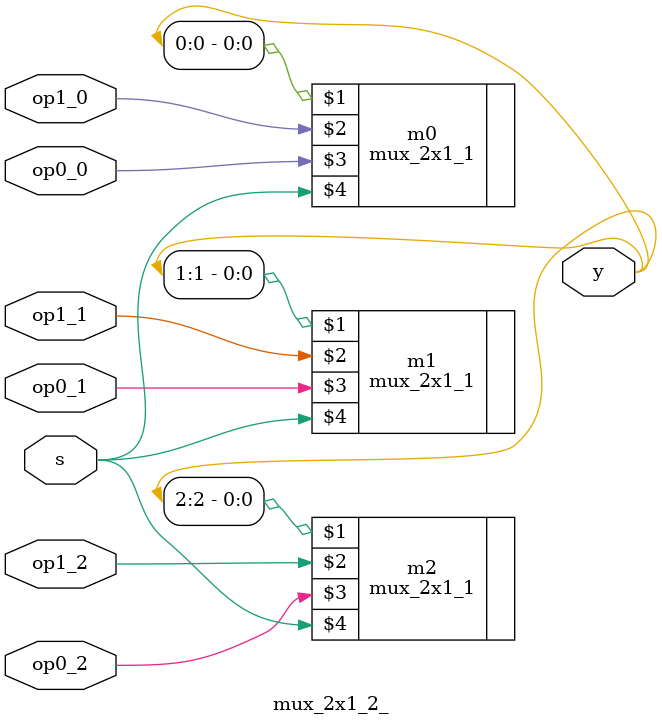
<source format=v>
module mux_2x1_2_(y, op1_2, op1_1, op1_0, op0_2,op0_1,op0_0, s);
input op1_2, op1_1, op1_0, op0_2,op0_1,op0_0;
input s;
output [2:0]y;

mux_2x1_1 	m0(y[0],op1_0, op0_0,s),
				m1(y[1],op1_1, op0_1,s),
				m2(y[2],op1_2, op0_2,s);

endmodule

</source>
